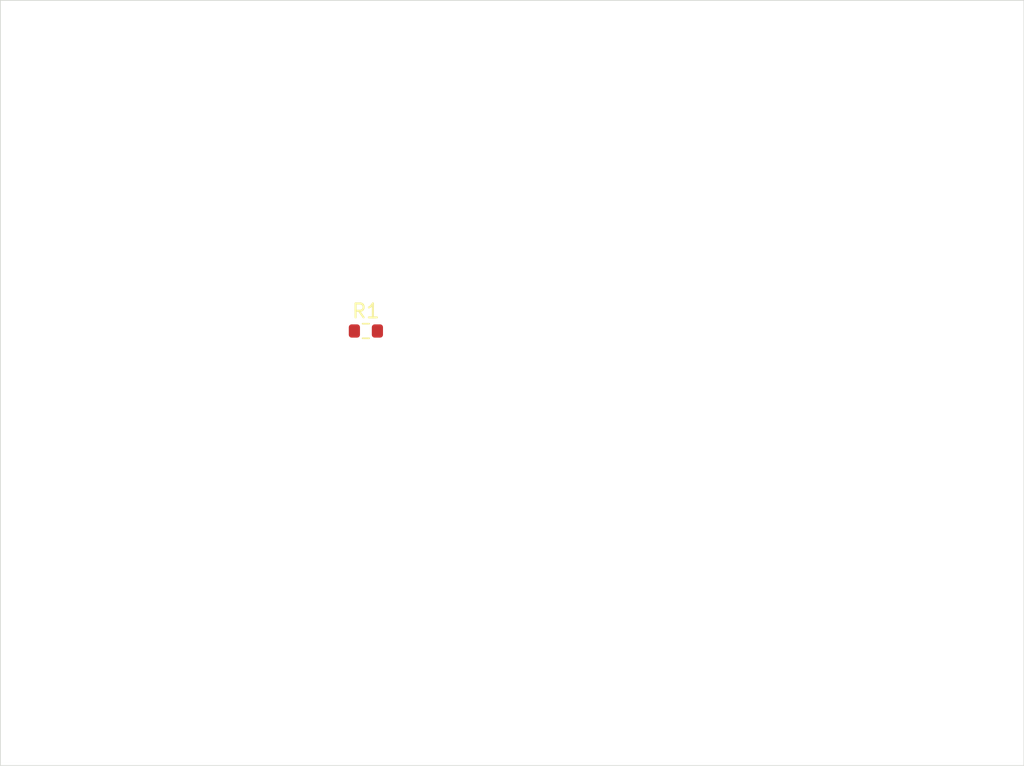
<source format=kicad_pcb>
(kicad_pcb (version 20241229) (generator "pcbnew") (generator_version "9.0")
  (layers (0 "F.Cu" signal) (2 "B.Cu" signal) (13 "F.Paste" user) (15 "B.Paste" user) (5 "F.SilkS" user "F.Silkscreen") (7 "B.SilkS" user "B.Silkscreen") (1 "F.Mask" user) (3 "B.Mask" user) (25 "Edge.Cuts" user))
  (net 0 "")
  (footprint "Resistor_SMD:R_0603_1608Metric" (layer "F.Cu") (at 27.715 25.58)
    (property "Reference" "R1" (at 0 -1.43 0) (layer "F.SilkS"))
    (property "Value" "10k")
    (fp_line (start -0.237258 -0.5225) (end 0.237258 -0.5225) (stroke (width 0.12)) (layer "F.SilkS"))
    (fp_line (start -0.237258 0.5225) (end 0.237258 0.5225) (stroke (width 0.12)) (layer "F.SilkS"))
    (pad "1" smd roundrect (at -0.825 0) (size 0.8 0.95) (layers "F.Cu" "F.Mask" "F.Paste"))
    (pad "2" smd roundrect (at 0.825 0) (size 0.8 0.95) (layers "F.Cu" "F.Mask" "F.Paste"))
  )
  (gr_rect (start 1.52 1.87) (end 74.87 56.74) (stroke (width 0.05)) (fill no) (layer "Edge.Cuts"))
)
</source>
